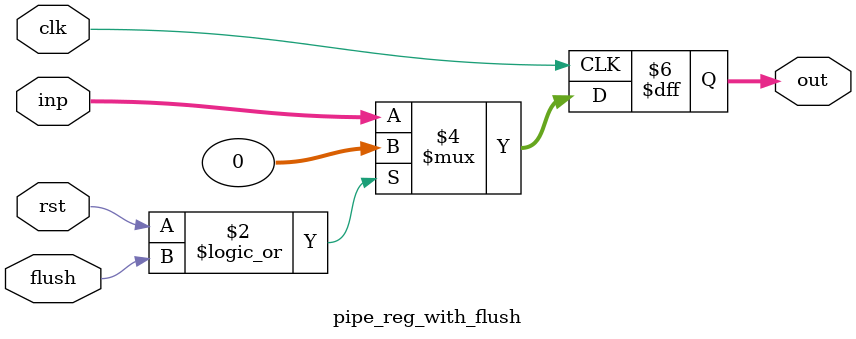
<source format=sv>
`timescale 1ns / 1ps

module pipe_reg #(parameter Width = 32)(
    input  logic clk, rst,
    input  logic [Width - 1 : 0] inp,
    output logic [Width - 1 : 0] out
);
    always_ff @(posedge clk) begin
        if (rst) 
            out <= {Width{1'b0}}; 
        else 
            out <= inp;
    end
endmodule

// --- Module 2: Pipeline Register with Enable & Flush ---
module pipe_reg_with_low #(parameter Width = 32)(
    input  logic clk, rst,
    input  logic Write_Enable, flush,
    input  logic [Width - 1 : 0] inp,
    output logic [Width - 1 : 0] out
);
    always_ff @(posedge clk) begin
        if (rst || flush) 
            out <= {Width{1'b0}};
        // If Write_Enable is 0, the register updates (Normal flow)
        // If Write_Enable is 1, the register holds its value (Stall)
        else if (!Write_Enable) 
            out <= inp;
        else
            out <= out;
    end
endmodule

// --- Module 3: Pipeline Register with Flush only ---
module pipe_reg_with_flush #(parameter Width = 32)(
    input  logic clk, rst, flush,
    input  logic [Width - 1 : 0] inp,
    output logic [Width - 1 : 0] out
);
    always_ff @(posedge clk) begin
        if (rst || flush) 
            out <= {Width{1'b0}};
        else
            out <= inp;
    end
endmodule
</source>
